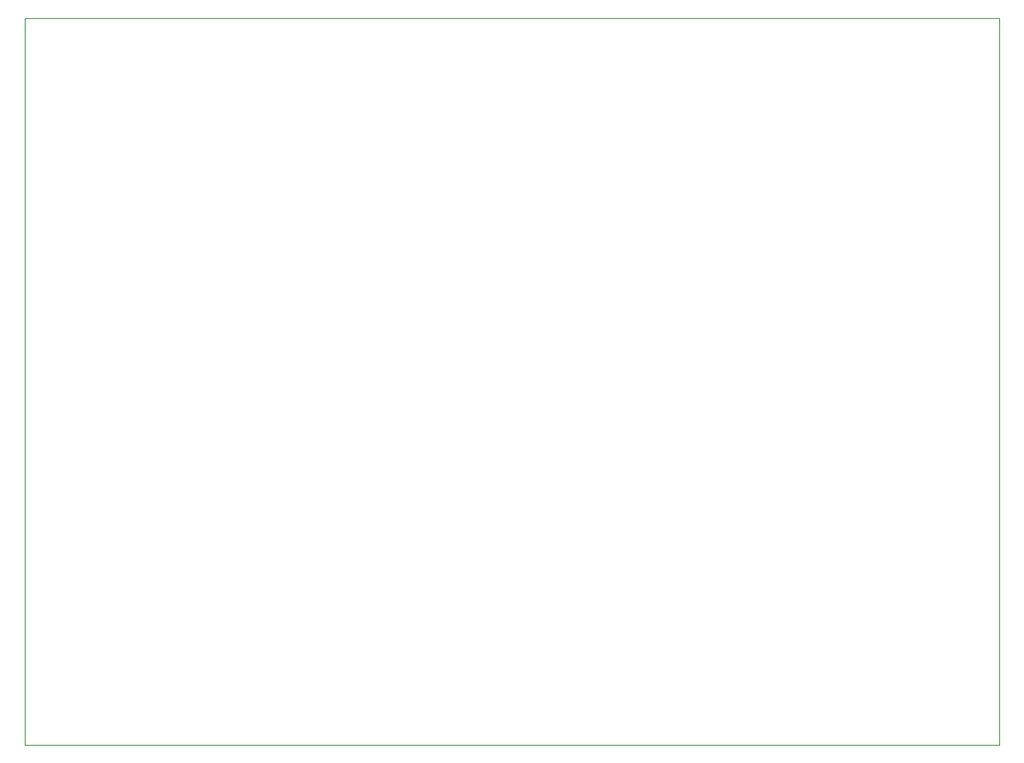
<source format=gbr>
%TF.GenerationSoftware,KiCad,Pcbnew,9.0.0*%
%TF.CreationDate,2025-03-09T23:13:35+01:00*%
%TF.ProjectId,hotline,686f746c-696e-4652-9e6b-696361645f70,rev?*%
%TF.SameCoordinates,Original*%
%TF.FileFunction,Profile,NP*%
%FSLAX46Y46*%
G04 Gerber Fmt 4.6, Leading zero omitted, Abs format (unit mm)*
G04 Created by KiCad (PCBNEW 9.0.0) date 2025-03-09 23:13:35*
%MOMM*%
%LPD*%
G01*
G04 APERTURE LIST*
%TA.AperFunction,Profile*%
%ADD10C,0.050000*%
%TD*%
G04 APERTURE END LIST*
D10*
X90000000Y-65450000D02*
X190000000Y-65450000D01*
X190000000Y-140000000D01*
X90000000Y-140000000D01*
X90000000Y-65450000D01*
M02*

</source>
